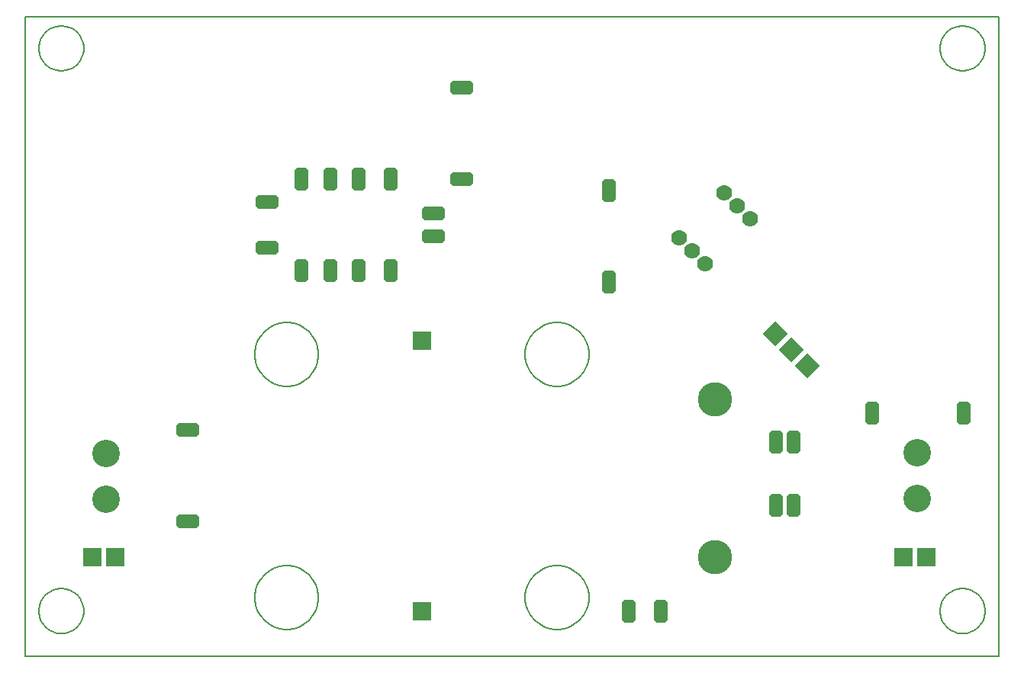
<source format=gbr>
G04 PROTEUS GERBER X2 FILE*
%TF.GenerationSoftware,Labcenter,Proteus,8.6-SP2-Build23525*%
%TF.CreationDate,2018-04-04T03:23:59+00:00*%
%TF.FileFunction,Copper,L1,Top*%
%TF.FilePolarity,Positive*%
%TF.Part,Single*%
%FSLAX45Y45*%
%MOMM*%
G01*
%TA.AperFunction,ComponentPad*%
%ADD10C,3.048000*%
%TA.AperFunction,ComponentPad*%
%ADD11R,2.032000X2.032000*%
%AMPPAD002*
4,1,4,
0.000000,1.436840,
1.436840,0.000000,
0.000000,-1.436840,
-1.436840,0.000000,
0.000000,1.436840,
0*%
%TA.AperFunction,ComponentPad*%
%ADD12PPAD002*%
%TA.AperFunction,ComponentPad*%
%ADD13C,3.810000*%
%AMDIL004*
4,1,8,
-0.762000,0.965200,-0.457200,1.270000,0.457200,1.270000,0.762000,0.965200,0.762000,-0.965200,
0.457200,-1.270000,-0.457200,-1.270000,-0.762000,-0.965200,-0.762000,0.965200,
0*%
%ADD14DIL004*%
%TA.AperFunction,ComponentPad*%
%ADD15C,1.778000*%
%AMDIL006*
4,1,8,
-1.270000,0.457200,-0.965200,0.762000,0.965200,0.762000,1.270000,0.457200,1.270000,-0.457200,
0.965200,-0.762000,-0.965200,-0.762000,-1.270000,-0.457200,-1.270000,0.457200,
0*%
%TA.AperFunction,ComponentPad*%
%ADD16DIL006*%
%TA.AperFunction,Profile*%
%ADD17C,0.203200*%
%TD.AperFunction*%
D10*
X+500000Y-758000D03*
X+500000Y-250000D03*
D11*
X+4000000Y-2000000D03*
X+4000000Y+1000000D03*
D12*
X+7920395Y+1079605D03*
X+8100000Y+900000D03*
X+8279606Y+720395D03*
D13*
X+7250000Y+350000D03*
X+7250000Y-1400000D03*
D14*
X+8128000Y-127000D03*
X+7928000Y-127000D03*
X+8128000Y-825500D03*
X+7928000Y-825500D03*
D10*
X+9500000Y-750000D03*
X+9500000Y-242000D03*
D15*
X+7643684Y+2356316D03*
X+7500000Y+2500000D03*
X+7356316Y+2643684D03*
X+6856316Y+2143684D03*
X+7000000Y+2000000D03*
X+7143684Y+1856315D03*
D14*
X+6078500Y+2673860D03*
X+6078500Y+1657860D03*
D16*
X+4127500Y+2413000D03*
X+4127500Y+2163000D03*
X+4445000Y+3810000D03*
X+4445000Y+2794000D03*
D14*
X+2667000Y+1778000D03*
X+2667000Y+2794000D03*
D16*
X+2286000Y+2032000D03*
X+2286000Y+2540000D03*
D14*
X+3656000Y+2794000D03*
X+3656000Y+1778000D03*
X+3302000Y+2794000D03*
X+3302000Y+1778000D03*
X+2984500Y+2794000D03*
X+2984500Y+1778000D03*
X+6300000Y-2000000D03*
X+6650000Y-2000000D03*
D11*
X+346000Y-1400000D03*
X+600000Y-1400000D03*
D16*
X+1400000Y-1000000D03*
X+1400000Y+16000D03*
D11*
X+9346000Y-1400000D03*
X+9600000Y-1400000D03*
D14*
X+10016000Y+200000D03*
X+9000000Y+200000D03*
D17*
X-400000Y-2500000D02*
X+10400000Y-2500000D01*
X+10400000Y+4600000D01*
X-400000Y+4600000D01*
X-400000Y-2500000D01*
X+250000Y-2000000D02*
X+249185Y-1979829D01*
X+242566Y-1939486D01*
X+228753Y-1899143D01*
X+206307Y-1858800D01*
X+172010Y-1818582D01*
X+131667Y-1787482D01*
X+91324Y-1767277D01*
X+50981Y-1755253D01*
X+10638Y-1750226D01*
X+0Y-1750000D01*
X-250000Y-2000000D02*
X-249185Y-1979829D01*
X-242566Y-1939486D01*
X-228753Y-1899143D01*
X-206307Y-1858800D01*
X-172010Y-1818582D01*
X-131667Y-1787482D01*
X-91324Y-1767277D01*
X-50981Y-1755253D01*
X-10638Y-1750226D01*
X+0Y-1750000D01*
X-250000Y-2000000D02*
X-249185Y-2020171D01*
X-242566Y-2060514D01*
X-228753Y-2100857D01*
X-206307Y-2141200D01*
X-172010Y-2181418D01*
X-131667Y-2212518D01*
X-91324Y-2232723D01*
X-50981Y-2244747D01*
X-10638Y-2249774D01*
X+0Y-2250000D01*
X+250000Y-2000000D02*
X+249185Y-2020171D01*
X+242566Y-2060514D01*
X+228753Y-2100857D01*
X+206307Y-2141200D01*
X+172010Y-2181418D01*
X+131667Y-2212518D01*
X+91324Y-2232723D01*
X+50981Y-2244747D01*
X+10638Y-2249774D01*
X+0Y-2250000D01*
X+10250000Y-2000000D02*
X+10249185Y-1979829D01*
X+10242566Y-1939486D01*
X+10228753Y-1899143D01*
X+10206307Y-1858800D01*
X+10172010Y-1818582D01*
X+10131667Y-1787482D01*
X+10091324Y-1767277D01*
X+10050981Y-1755253D01*
X+10010638Y-1750226D01*
X+10000000Y-1750000D01*
X+9750000Y-2000000D02*
X+9750815Y-1979829D01*
X+9757434Y-1939486D01*
X+9771247Y-1899143D01*
X+9793693Y-1858800D01*
X+9827990Y-1818582D01*
X+9868333Y-1787482D01*
X+9908676Y-1767277D01*
X+9949019Y-1755253D01*
X+9989362Y-1750226D01*
X+10000000Y-1750000D01*
X+9750000Y-2000000D02*
X+9750815Y-2020171D01*
X+9757434Y-2060514D01*
X+9771247Y-2100857D01*
X+9793693Y-2141200D01*
X+9827990Y-2181418D01*
X+9868333Y-2212518D01*
X+9908676Y-2232723D01*
X+9949019Y-2244747D01*
X+9989362Y-2249774D01*
X+10000000Y-2250000D01*
X+10250000Y-2000000D02*
X+10249185Y-2020171D01*
X+10242566Y-2060514D01*
X+10228753Y-2100857D01*
X+10206307Y-2141200D01*
X+10172010Y-2181418D01*
X+10131667Y-2212518D01*
X+10091324Y-2232723D01*
X+10050981Y-2244747D01*
X+10010638Y-2249774D01*
X+10000000Y-2250000D01*
X+10250000Y+4250000D02*
X+10249185Y+4270171D01*
X+10242566Y+4310514D01*
X+10228753Y+4350857D01*
X+10206307Y+4391200D01*
X+10172010Y+4431418D01*
X+10131667Y+4462518D01*
X+10091324Y+4482723D01*
X+10050981Y+4494747D01*
X+10010638Y+4499774D01*
X+10000000Y+4500000D01*
X+9750000Y+4250000D02*
X+9750815Y+4270171D01*
X+9757434Y+4310514D01*
X+9771247Y+4350857D01*
X+9793693Y+4391200D01*
X+9827990Y+4431418D01*
X+9868333Y+4462518D01*
X+9908676Y+4482723D01*
X+9949019Y+4494747D01*
X+9989362Y+4499774D01*
X+10000000Y+4500000D01*
X+9750000Y+4250000D02*
X+9750815Y+4229829D01*
X+9757434Y+4189486D01*
X+9771247Y+4149143D01*
X+9793693Y+4108800D01*
X+9827990Y+4068582D01*
X+9868333Y+4037482D01*
X+9908676Y+4017277D01*
X+9949019Y+4005253D01*
X+9989362Y+4000226D01*
X+10000000Y+4000000D01*
X+10250000Y+4250000D02*
X+10249185Y+4229829D01*
X+10242566Y+4189486D01*
X+10228753Y+4149143D01*
X+10206307Y+4108800D01*
X+10172010Y+4068582D01*
X+10131667Y+4037482D01*
X+10091324Y+4017277D01*
X+10050981Y+4005253D01*
X+10010638Y+4000226D01*
X+10000000Y+4000000D01*
X+250000Y+4250000D02*
X+249185Y+4270171D01*
X+242566Y+4310514D01*
X+228753Y+4350857D01*
X+206307Y+4391200D01*
X+172010Y+4431418D01*
X+131667Y+4462518D01*
X+91324Y+4482723D01*
X+50981Y+4494747D01*
X+10638Y+4499774D01*
X+0Y+4500000D01*
X-250000Y+4250000D02*
X-249185Y+4270171D01*
X-242566Y+4310514D01*
X-228753Y+4350857D01*
X-206307Y+4391200D01*
X-172010Y+4431418D01*
X-131667Y+4462518D01*
X-91324Y+4482723D01*
X-50981Y+4494747D01*
X-10638Y+4499774D01*
X+0Y+4500000D01*
X-250000Y+4250000D02*
X-249185Y+4229829D01*
X-242566Y+4189486D01*
X-228753Y+4149143D01*
X-206307Y+4108800D01*
X-172010Y+4068582D01*
X-131667Y+4037482D01*
X-91324Y+4017277D01*
X-50981Y+4005253D01*
X-10638Y+4000226D01*
X+0Y+4000000D01*
X+250000Y+4250000D02*
X+249185Y+4229829D01*
X+242566Y+4189486D01*
X+228753Y+4149143D01*
X+206307Y+4108800D01*
X+172010Y+4068582D01*
X+131667Y+4037482D01*
X+91324Y+4017277D01*
X+50981Y+4005253D01*
X+10638Y+4000226D01*
X+0Y+4000000D01*
X+2853553Y+850000D02*
X+2852430Y+878155D01*
X+2843315Y+934467D01*
X+2824316Y+990779D01*
X+2793521Y+1047091D01*
X+2746596Y+1103358D01*
X+2690284Y+1147979D01*
X+2633972Y+1177187D01*
X+2577660Y+1194918D01*
X+2521348Y+1202908D01*
X+2500000Y+1203553D01*
X+2146447Y+850000D02*
X+2147570Y+878155D01*
X+2156685Y+934467D01*
X+2175684Y+990779D01*
X+2206479Y+1047091D01*
X+2253404Y+1103358D01*
X+2309716Y+1147979D01*
X+2366028Y+1177187D01*
X+2422340Y+1194918D01*
X+2478652Y+1202908D01*
X+2500000Y+1203553D01*
X+2146447Y+850000D02*
X+2147570Y+821845D01*
X+2156685Y+765533D01*
X+2175684Y+709221D01*
X+2206479Y+652909D01*
X+2253404Y+596642D01*
X+2309716Y+552021D01*
X+2366028Y+522813D01*
X+2422340Y+505082D01*
X+2478652Y+497092D01*
X+2500000Y+496447D01*
X+2853553Y+850000D02*
X+2852430Y+821845D01*
X+2843315Y+765533D01*
X+2824316Y+709221D01*
X+2793521Y+652909D01*
X+2746596Y+596642D01*
X+2690284Y+552021D01*
X+2633972Y+522813D01*
X+2577660Y+505082D01*
X+2521348Y+497092D01*
X+2500000Y+496447D01*
X+2853553Y-1850000D02*
X+2852430Y-1821845D01*
X+2843315Y-1765533D01*
X+2824316Y-1709221D01*
X+2793521Y-1652909D01*
X+2746596Y-1596642D01*
X+2690284Y-1552021D01*
X+2633972Y-1522813D01*
X+2577660Y-1505082D01*
X+2521348Y-1497092D01*
X+2500000Y-1496447D01*
X+2146447Y-1850000D02*
X+2147570Y-1821845D01*
X+2156685Y-1765533D01*
X+2175684Y-1709221D01*
X+2206479Y-1652909D01*
X+2253404Y-1596642D01*
X+2309716Y-1552021D01*
X+2366028Y-1522813D01*
X+2422340Y-1505082D01*
X+2478652Y-1497092D01*
X+2500000Y-1496447D01*
X+2146447Y-1850000D02*
X+2147570Y-1878155D01*
X+2156685Y-1934467D01*
X+2175684Y-1990779D01*
X+2206479Y-2047091D01*
X+2253404Y-2103358D01*
X+2309716Y-2147979D01*
X+2366028Y-2177187D01*
X+2422340Y-2194918D01*
X+2478652Y-2202908D01*
X+2500000Y-2203553D01*
X+2853553Y-1850000D02*
X+2852430Y-1878155D01*
X+2843315Y-1934467D01*
X+2824316Y-1990779D01*
X+2793521Y-2047091D01*
X+2746596Y-2103358D01*
X+2690284Y-2147979D01*
X+2633972Y-2177187D01*
X+2577660Y-2194918D01*
X+2521348Y-2202908D01*
X+2500000Y-2203553D01*
X+5853553Y+850000D02*
X+5852430Y+878155D01*
X+5843315Y+934467D01*
X+5824316Y+990779D01*
X+5793521Y+1047091D01*
X+5746596Y+1103358D01*
X+5690284Y+1147979D01*
X+5633972Y+1177187D01*
X+5577660Y+1194918D01*
X+5521348Y+1202908D01*
X+5500000Y+1203553D01*
X+5146447Y+850000D02*
X+5147570Y+878155D01*
X+5156685Y+934467D01*
X+5175684Y+990779D01*
X+5206479Y+1047091D01*
X+5253404Y+1103358D01*
X+5309716Y+1147979D01*
X+5366028Y+1177187D01*
X+5422340Y+1194918D01*
X+5478652Y+1202908D01*
X+5500000Y+1203553D01*
X+5146447Y+850000D02*
X+5147570Y+821845D01*
X+5156685Y+765533D01*
X+5175684Y+709221D01*
X+5206479Y+652909D01*
X+5253404Y+596642D01*
X+5309716Y+552021D01*
X+5366028Y+522813D01*
X+5422340Y+505082D01*
X+5478652Y+497092D01*
X+5500000Y+496447D01*
X+5853553Y+850000D02*
X+5852430Y+821845D01*
X+5843315Y+765533D01*
X+5824316Y+709221D01*
X+5793521Y+652909D01*
X+5746596Y+596642D01*
X+5690284Y+552021D01*
X+5633972Y+522813D01*
X+5577660Y+505082D01*
X+5521348Y+497092D01*
X+5500000Y+496447D01*
X+5853553Y-1850000D02*
X+5852430Y-1821845D01*
X+5843315Y-1765533D01*
X+5824316Y-1709221D01*
X+5793521Y-1652909D01*
X+5746596Y-1596642D01*
X+5690284Y-1552021D01*
X+5633972Y-1522813D01*
X+5577660Y-1505082D01*
X+5521348Y-1497092D01*
X+5500000Y-1496447D01*
X+5146447Y-1850000D02*
X+5147570Y-1821845D01*
X+5156685Y-1765533D01*
X+5175684Y-1709221D01*
X+5206479Y-1652909D01*
X+5253404Y-1596642D01*
X+5309716Y-1552021D01*
X+5366028Y-1522813D01*
X+5422340Y-1505082D01*
X+5478652Y-1497092D01*
X+5500000Y-1496447D01*
X+5146447Y-1850000D02*
X+5147570Y-1878155D01*
X+5156685Y-1934467D01*
X+5175684Y-1990779D01*
X+5206479Y-2047091D01*
X+5253404Y-2103358D01*
X+5309716Y-2147979D01*
X+5366028Y-2177187D01*
X+5422340Y-2194918D01*
X+5478652Y-2202908D01*
X+5500000Y-2203553D01*
X+5853553Y-1850000D02*
X+5852430Y-1878155D01*
X+5843315Y-1934467D01*
X+5824316Y-1990779D01*
X+5793521Y-2047091D01*
X+5746596Y-2103358D01*
X+5690284Y-2147979D01*
X+5633972Y-2177187D01*
X+5577660Y-2194918D01*
X+5521348Y-2202908D01*
X+5500000Y-2203553D01*
M02*

</source>
